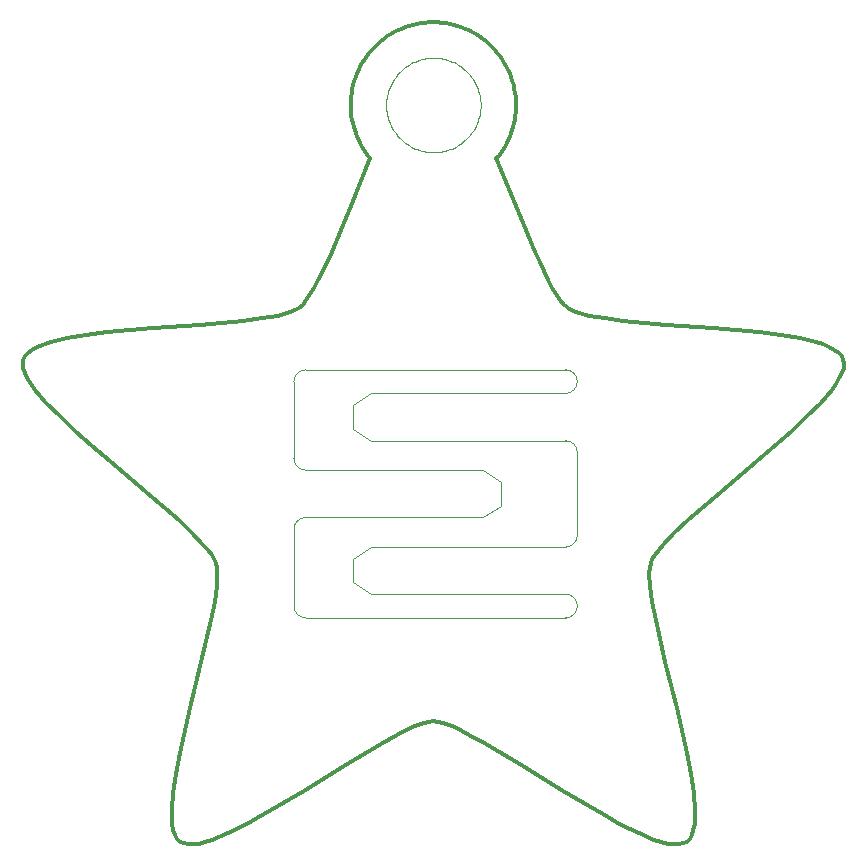
<source format=gbr>
%TF.GenerationSoftware,KiCad,Pcbnew,9.0.6*%
%TF.CreationDate,2025-11-13T15:57:48+01:00*%
%TF.ProjectId,advent_star,61647665-6e74-45f7-9374-61722e6b6963,rev?*%
%TF.SameCoordinates,Original*%
%TF.FileFunction,Profile,NP*%
%FSLAX46Y46*%
G04 Gerber Fmt 4.6, Leading zero omitted, Abs format (unit mm)*
G04 Created by KiCad (PCBNEW 9.0.6) date 2025-11-13 15:57:48*
%MOMM*%
%LPD*%
G01*
G04 APERTURE LIST*
%TA.AperFunction,Profile*%
%ADD10C,0.100000*%
%TD*%
%TA.AperFunction,Profile*%
%ADD11C,0.337353*%
%TD*%
%TA.AperFunction,Profile*%
%ADD12C,0.120000*%
%TD*%
G04 APERTURE END LIST*
D10*
X150312078Y-66341472D02*
X150515215Y-66356919D01*
X150715399Y-66382356D01*
X150912378Y-66417533D01*
X151105901Y-66462198D01*
X151295716Y-66516099D01*
X151481573Y-66578986D01*
X151663219Y-66650607D01*
X151840404Y-66730711D01*
X152012876Y-66819046D01*
X152180384Y-66915361D01*
X152342677Y-67019404D01*
X152499503Y-67130926D01*
X152650610Y-67249673D01*
X152795748Y-67375395D01*
X152934666Y-67507840D01*
X153067111Y-67646758D01*
X153192833Y-67791896D01*
X153311580Y-67943003D01*
X153423101Y-68099829D01*
X153527145Y-68262122D01*
X153623460Y-68429630D01*
X153711795Y-68602102D01*
X153791898Y-68779287D01*
X153863519Y-68960933D01*
X153926406Y-69146790D01*
X153980308Y-69336605D01*
X154024972Y-69530128D01*
X154060149Y-69727107D01*
X154085586Y-69927290D01*
X154101033Y-70130428D01*
X154106238Y-70336267D01*
X154101033Y-70542107D01*
X154085586Y-70745244D01*
X154060149Y-70945428D01*
X154024972Y-71142407D01*
X153980308Y-71335929D01*
X153926406Y-71525745D01*
X153863519Y-71711601D01*
X153791898Y-71893248D01*
X153711795Y-72070433D01*
X153623460Y-72242905D01*
X153527145Y-72410413D01*
X153423101Y-72572705D01*
X153311580Y-72729531D01*
X153192833Y-72880639D01*
X153067111Y-73025777D01*
X152934666Y-73164694D01*
X152795748Y-73297140D01*
X152650610Y-73422862D01*
X152499503Y-73541609D01*
X152342677Y-73653130D01*
X152180384Y-73757174D01*
X152012876Y-73853489D01*
X151840404Y-73941824D01*
X151663219Y-74021927D01*
X151481573Y-74093548D01*
X151295716Y-74156435D01*
X151105901Y-74210337D01*
X150912378Y-74255001D01*
X150715399Y-74290178D01*
X150515215Y-74315616D01*
X150312078Y-74331062D01*
X150106238Y-74336267D01*
X149900398Y-74331062D01*
X149697261Y-74315616D01*
X149497077Y-74290178D01*
X149300098Y-74255001D01*
X149106575Y-74210337D01*
X148916760Y-74156435D01*
X148730903Y-74093548D01*
X148549257Y-74021927D01*
X148372072Y-73941824D01*
X148199600Y-73853489D01*
X148032092Y-73757174D01*
X147869799Y-73653130D01*
X147712973Y-73541609D01*
X147561866Y-73422862D01*
X147416728Y-73297140D01*
X147277810Y-73164694D01*
X147145365Y-73025777D01*
X147019643Y-72880639D01*
X146900896Y-72729531D01*
X146789375Y-72572705D01*
X146685331Y-72410413D01*
X146589016Y-72242905D01*
X146500681Y-72070433D01*
X146420578Y-71893248D01*
X146348957Y-71711601D01*
X146286070Y-71525745D01*
X146232168Y-71335929D01*
X146187504Y-71142407D01*
X146152327Y-70945428D01*
X146126890Y-70745244D01*
X146111443Y-70542107D01*
X146106238Y-70336267D01*
X146111443Y-70130428D01*
X146126890Y-69927290D01*
X146152327Y-69727107D01*
X146187504Y-69530128D01*
X146232168Y-69336605D01*
X146286070Y-69146790D01*
X146348957Y-68960933D01*
X146420578Y-68779287D01*
X146500681Y-68602102D01*
X146589016Y-68429630D01*
X146685331Y-68262122D01*
X146789375Y-68099829D01*
X146900896Y-67943003D01*
X147019643Y-67791896D01*
X147145365Y-67646758D01*
X147277810Y-67507840D01*
X147416728Y-67375395D01*
X147561866Y-67249673D01*
X147712973Y-67130926D01*
X147869799Y-67019404D01*
X148032092Y-66915361D01*
X148199600Y-66819046D01*
X148372072Y-66730711D01*
X148549257Y-66650607D01*
X148730903Y-66578986D01*
X148916760Y-66516099D01*
X149106575Y-66462198D01*
X149300098Y-66417533D01*
X149497077Y-66382356D01*
X149697261Y-66356919D01*
X149900398Y-66341472D01*
X150106238Y-66336267D01*
X150312078Y-66341472D01*
D11*
X150106230Y-63336278D02*
X150106185Y-63336277D01*
X150106276Y-63336277D01*
X150106230Y-63336278D01*
X150453300Y-63344871D02*
X150798060Y-63370513D01*
X151139891Y-63412966D01*
X151478219Y-63471992D01*
X151812470Y-63547352D01*
X152142070Y-63638810D01*
X152466445Y-63746128D01*
X152785022Y-63869068D01*
X153097227Y-64007393D01*
X153402487Y-64160864D01*
X153700226Y-64329244D01*
X153989872Y-64512296D01*
X154270851Y-64709782D01*
X154542588Y-64921464D01*
X154804510Y-65147104D01*
X155056044Y-65386466D01*
X155295413Y-65637994D01*
X155521060Y-65899911D01*
X155732749Y-66171644D01*
X155930243Y-66452619D01*
X156113302Y-66742262D01*
X156281690Y-67039999D01*
X156435169Y-67345257D01*
X156573501Y-67657462D01*
X156696449Y-67976041D01*
X156803775Y-68300420D01*
X156895241Y-68630025D01*
X156970610Y-68964283D01*
X157029644Y-69302619D01*
X157072106Y-69644461D01*
X157097757Y-69989235D01*
X157106360Y-70336366D01*
X157099510Y-70646152D01*
X157079055Y-70954264D01*
X157045146Y-71260285D01*
X156997938Y-71563799D01*
X156937581Y-71864388D01*
X156864230Y-72161636D01*
X156778037Y-72455124D01*
X156679154Y-72744437D01*
X156567735Y-73029158D01*
X156443932Y-73308868D01*
X156307899Y-73583152D01*
X156159787Y-73851591D01*
X155999750Y-74113770D01*
X155827940Y-74369270D01*
X155644511Y-74617676D01*
X155449614Y-74858570D01*
X157118680Y-78923301D01*
X157929340Y-80901652D01*
X158715278Y-82752516D01*
X159096913Y-83608701D01*
X159469892Y-84407287D01*
X159833388Y-85139697D01*
X160186577Y-85797356D01*
X160528632Y-86371688D01*
X160858728Y-86854116D01*
X161176040Y-87236066D01*
X161329644Y-87386681D01*
X161479743Y-87508960D01*
X161797217Y-87696152D01*
X162204904Y-87865974D01*
X163265467Y-88159154D01*
X164610535Y-88399785D01*
X166189211Y-88599155D01*
X169843797Y-88919252D01*
X173822050Y-89209736D01*
X177716792Y-89560893D01*
X179505603Y-89787440D01*
X181120846Y-90063014D01*
X182511622Y-90398901D01*
X183106931Y-90592989D01*
X183627036Y-90806387D01*
X184065576Y-91040507D01*
X184416189Y-91296759D01*
X184672513Y-91576553D01*
X184828185Y-91881302D01*
X184881369Y-92219351D01*
X184838457Y-92596375D01*
X184705424Y-93009776D01*
X184488247Y-93456956D01*
X184192903Y-93935316D01*
X183825367Y-94442258D01*
X182897626Y-95531493D01*
X181752836Y-96703876D01*
X180438808Y-97938620D01*
X177494278Y-100512041D01*
X174446522Y-103085461D01*
X171678027Y-105492587D01*
X170518030Y-106581823D01*
X169571280Y-107567124D01*
X168885588Y-108427705D01*
X168655579Y-108804729D01*
X168508765Y-109142778D01*
X168428840Y-109502560D01*
X168393312Y-109942771D01*
X168442212Y-111042022D01*
X168629005Y-112395613D01*
X168927227Y-113958625D01*
X169752115Y-117533241D01*
X170705186Y-121406527D01*
X171574744Y-125219139D01*
X171912053Y-126990396D01*
X172149100Y-128611731D01*
X172259422Y-130038224D01*
X172258792Y-130664369D01*
X172216559Y-131224959D01*
X172129413Y-131714380D01*
X171994048Y-132127017D01*
X171807156Y-132457255D01*
X171565428Y-132699480D01*
X171260360Y-132854525D01*
X170888531Y-132930222D01*
X170454260Y-132931451D01*
X169961863Y-132863093D01*
X169415660Y-132730029D01*
X168819967Y-132537139D01*
X167497384Y-131991408D01*
X166028657Y-131264945D01*
X164448328Y-130396798D01*
X161091035Y-128391640D01*
X157701845Y-126288309D01*
X154557096Y-124399179D01*
X153162742Y-123632557D01*
X151933126Y-123036626D01*
X150902790Y-122650433D01*
X150473147Y-122548190D01*
X150106276Y-122513025D01*
X149739405Y-122548190D01*
X149309761Y-122650433D01*
X148279423Y-123036626D01*
X147049806Y-123632557D01*
X145655451Y-124399179D01*
X142510700Y-126288309D01*
X139121508Y-128391640D01*
X135764214Y-130396798D01*
X134183886Y-131264945D01*
X132715159Y-131991408D01*
X131392576Y-132537139D01*
X130796884Y-132730029D01*
X130250680Y-132863093D01*
X129758284Y-132931451D01*
X129324014Y-132930222D01*
X128952186Y-132854525D01*
X128647118Y-132699480D01*
X128405390Y-132457255D01*
X128218498Y-132127017D01*
X128083132Y-131714380D01*
X127995987Y-131224959D01*
X127953753Y-130664369D01*
X127953123Y-130038224D01*
X128063445Y-128611731D01*
X128300491Y-126990396D01*
X128637800Y-125219139D01*
X129507360Y-121406527D01*
X130460431Y-117533241D01*
X131285320Y-113958625D01*
X131583542Y-112395613D01*
X131770334Y-111042022D01*
X131819234Y-109942771D01*
X131783705Y-109502560D01*
X131703780Y-109142778D01*
X131556965Y-108804729D01*
X131326957Y-108427705D01*
X131019732Y-108014304D01*
X130641265Y-107567124D01*
X129694515Y-106581823D01*
X128534518Y-105492587D01*
X125766023Y-103085461D01*
X122718267Y-100512041D01*
X121209193Y-99214937D01*
X119773737Y-97938620D01*
X118459708Y-96703877D01*
X117314919Y-95531494D01*
X116387178Y-94442259D01*
X116019643Y-93935317D01*
X115724298Y-93456957D01*
X115507122Y-93009778D01*
X115374090Y-92596377D01*
X115331178Y-92219352D01*
X115384363Y-91881303D01*
X115540035Y-91576555D01*
X115796358Y-91296760D01*
X116146971Y-91040508D01*
X116585511Y-90806388D01*
X117700924Y-90398902D01*
X119091700Y-90063015D01*
X120706943Y-89787441D01*
X122495754Y-89560894D01*
X126390496Y-89209736D01*
X130368748Y-88919253D01*
X134023336Y-88599155D01*
X135602012Y-88399785D01*
X136947081Y-88159154D01*
X138007645Y-87865974D01*
X138415333Y-87696152D01*
X138732808Y-87508960D01*
X139036509Y-87236066D01*
X139353820Y-86854117D01*
X139683915Y-86371689D01*
X140025970Y-85797358D01*
X140379159Y-85139700D01*
X140742655Y-84407291D01*
X141497271Y-82752525D01*
X142283215Y-80901667D01*
X143093883Y-78923327D01*
X144762976Y-74858631D01*
X144568078Y-74617739D01*
X144384647Y-74369335D01*
X144212836Y-74113836D01*
X144052797Y-73851659D01*
X143904683Y-73583219D01*
X143768647Y-73308936D01*
X143644841Y-73029224D01*
X143533419Y-72744502D01*
X143434533Y-72455186D01*
X143348337Y-72161693D01*
X143274982Y-71864440D01*
X143214622Y-71563844D01*
X143167409Y-71260322D01*
X143133496Y-70954290D01*
X143113037Y-70646166D01*
X143106183Y-70336367D01*
X143114782Y-69989251D01*
X143140429Y-69644491D01*
X143182886Y-69302661D01*
X143241916Y-68964334D01*
X143317281Y-68630084D01*
X143408743Y-68300485D01*
X143516066Y-67976110D01*
X143639010Y-67657535D01*
X143777338Y-67345331D01*
X143930814Y-67040074D01*
X144099198Y-66742337D01*
X144282254Y-66452693D01*
X144479744Y-66171716D01*
X144691430Y-65899981D01*
X144917074Y-65638061D01*
X145156439Y-65386530D01*
X145407970Y-65147165D01*
X145669890Y-64921521D01*
X145941625Y-64709836D01*
X146222601Y-64512346D01*
X146512244Y-64329291D01*
X146809981Y-64160906D01*
X147115238Y-64007431D01*
X147427441Y-63869103D01*
X147746017Y-63746158D01*
X148070391Y-63638836D01*
X148399990Y-63547374D01*
X148734240Y-63472009D01*
X149072568Y-63412979D01*
X149414399Y-63370522D01*
X149759159Y-63344875D01*
X150106230Y-63336278D01*
X150453300Y-63344871D01*
D12*
%TO.C,BT1*%
X138300000Y-93750000D02*
X138300000Y-100250000D01*
X138300000Y-106250000D02*
X138300000Y-112750000D01*
X139300000Y-101250000D02*
X154300000Y-101250000D01*
X139300000Y-113750000D02*
X161300000Y-113750000D01*
X143300000Y-95750000D02*
X144800000Y-94750000D01*
X143300000Y-97750000D02*
X143300000Y-95750000D01*
X143300000Y-108750000D02*
X144800000Y-107750000D01*
X143300000Y-110750000D02*
X143300000Y-108750000D01*
X144800000Y-94750000D02*
X161300000Y-94750000D01*
X144800000Y-98750000D02*
X143300000Y-97750000D01*
X144800000Y-107750000D02*
X161300000Y-107750000D01*
X144800000Y-111750000D02*
X143300000Y-110750000D01*
X154300000Y-101250000D02*
X155800000Y-102250000D01*
X154300000Y-105250000D02*
X139300000Y-105250000D01*
X155800000Y-102250000D02*
X155800000Y-104250000D01*
X155800000Y-104250000D02*
X154300000Y-105250000D01*
X161300000Y-92750000D02*
X139300000Y-92750000D01*
X161300000Y-98750000D02*
X144800000Y-98750000D01*
X161300000Y-111750000D02*
X144800000Y-111750000D01*
X162300000Y-106750000D02*
X162300000Y-99750000D01*
X138300000Y-93750000D02*
G75*
G02*
X139300000Y-92750000I999999J1D01*
G01*
X138300000Y-106250000D02*
G75*
G02*
X139300000Y-105250000I999999J1D01*
G01*
X139300000Y-101250000D02*
G75*
G02*
X138300000Y-100250000I-1J999999D01*
G01*
X139300000Y-113750000D02*
G75*
G02*
X138300000Y-112750000I-1J999999D01*
G01*
X161300000Y-92750000D02*
G75*
G02*
X162300000Y-93750000I0J-1000000D01*
G01*
X161300000Y-98750000D02*
G75*
G02*
X162300000Y-99750000I0J-1000000D01*
G01*
X161300000Y-111750000D02*
G75*
G02*
X162300000Y-112750000I0J-1000000D01*
G01*
X162300000Y-93750000D02*
G75*
G02*
X161300000Y-94750000I-1000000J0D01*
G01*
X162300000Y-106750000D02*
G75*
G02*
X161300000Y-107750000I-1000000J0D01*
G01*
X162300000Y-112750000D02*
G75*
G02*
X161300000Y-113750000I-1000000J0D01*
G01*
%TD*%
M02*

</source>
